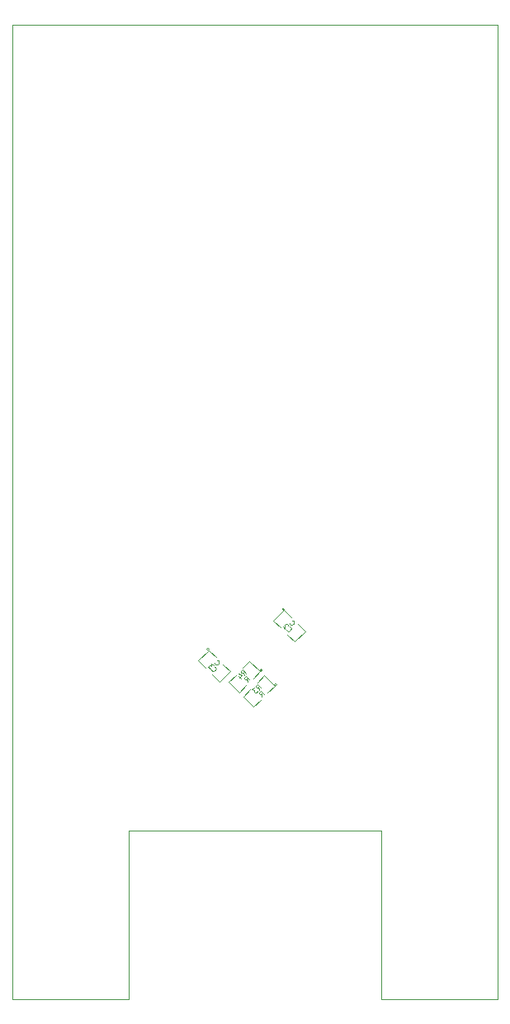
<source format=gbo>
G04 (created by PCBNEW (25-Oct-2014 BZR 4029)-stable) date Fri 12 Jun 2015 01:26:50 JST*
%MOIN*%
G04 Gerber Fmt 3.4, Leading zero omitted, Abs format*
%FSLAX34Y34*%
G01*
G70*
G90*
G04 APERTURE LIST*
%ADD10C,0.00590551*%
%ADD11C,0.00393701*%
%ADD12C,0.0039*%
%ADD13C,0.0043*%
G04 APERTURE END LIST*
G54D10*
G54D11*
X30600Y-11700D02*
X50200Y-11700D01*
X30600Y-51000D02*
X35300Y-51000D01*
X45500Y-51000D02*
X50200Y-51000D01*
X35300Y-44200D02*
X45500Y-44200D01*
X35300Y-44200D02*
X35300Y-51000D01*
X45500Y-44200D02*
X45500Y-51000D01*
X30600Y-51000D02*
X30600Y-11700D01*
X50200Y-51000D02*
X50200Y-11700D01*
G54D12*
X38542Y-36887D02*
G75*
G03X38542Y-36887I-49J0D01*
G74*
G01*
X38810Y-37205D02*
X38528Y-36922D01*
X38528Y-36922D02*
X38103Y-37346D01*
X38103Y-37346D02*
X38386Y-37629D01*
X38669Y-37912D02*
X38952Y-38195D01*
X38952Y-38195D02*
X39376Y-37771D01*
X39376Y-37771D02*
X39093Y-37488D01*
X41574Y-35273D02*
G75*
G03X41574Y-35273I-49J0D01*
G74*
G01*
X41842Y-35591D02*
X41559Y-35308D01*
X41559Y-35308D02*
X41135Y-35732D01*
X41135Y-35732D02*
X41418Y-36015D01*
X41700Y-36298D02*
X41983Y-36581D01*
X41983Y-36581D02*
X42408Y-36157D01*
X42408Y-36157D02*
X42125Y-35874D01*
X40682Y-37744D02*
G75*
G03X40682Y-37744I-49J0D01*
G74*
G01*
X40314Y-38062D02*
X40597Y-37779D01*
X40597Y-37779D02*
X40172Y-37355D01*
X40172Y-37355D02*
X39889Y-37638D01*
X39607Y-37921D02*
X39324Y-38204D01*
X39324Y-38204D02*
X39748Y-38628D01*
X39748Y-38628D02*
X40031Y-38345D01*
X41272Y-38335D02*
G75*
G03X41272Y-38335I-49J0D01*
G74*
G01*
X40904Y-38653D02*
X41187Y-38370D01*
X41187Y-38370D02*
X40763Y-37946D01*
X40763Y-37946D02*
X40480Y-38229D01*
X40197Y-38511D02*
X39914Y-38794D01*
X39914Y-38794D02*
X40339Y-39219D01*
X40339Y-39219D02*
X40621Y-38936D01*
G54D13*
X38631Y-37713D02*
X38631Y-37727D01*
X38645Y-37753D01*
X38658Y-37766D01*
X38684Y-37780D01*
X38711Y-37780D01*
X38731Y-37773D01*
X38764Y-37753D01*
X38784Y-37733D01*
X38804Y-37700D01*
X38810Y-37680D01*
X38810Y-37654D01*
X38797Y-37627D01*
X38784Y-37614D01*
X38757Y-37601D01*
X38744Y-37601D01*
X38711Y-37541D02*
X38625Y-37455D01*
X38618Y-37554D01*
X38598Y-37534D01*
X38578Y-37528D01*
X38565Y-37528D01*
X38545Y-37534D01*
X38512Y-37567D01*
X38505Y-37587D01*
X38505Y-37601D01*
X38512Y-37620D01*
X38552Y-37660D01*
X38572Y-37667D01*
X38585Y-37667D01*
X38759Y-37452D02*
X38759Y-37466D01*
X38773Y-37492D01*
X38786Y-37506D01*
X38813Y-37519D01*
X38839Y-37519D01*
X38859Y-37512D01*
X38892Y-37492D01*
X38912Y-37472D01*
X38932Y-37439D01*
X38939Y-37419D01*
X38939Y-37393D01*
X38925Y-37366D01*
X38912Y-37353D01*
X38886Y-37340D01*
X38872Y-37340D01*
X41663Y-36099D02*
X41663Y-36112D01*
X41676Y-36139D01*
X41689Y-36152D01*
X41716Y-36165D01*
X41742Y-36165D01*
X41762Y-36159D01*
X41796Y-36139D01*
X41815Y-36119D01*
X41835Y-36086D01*
X41842Y-36066D01*
X41842Y-36039D01*
X41829Y-36013D01*
X41815Y-36000D01*
X41789Y-35986D01*
X41776Y-35986D01*
X41723Y-35933D02*
X41723Y-35920D01*
X41716Y-35900D01*
X41683Y-35867D01*
X41663Y-35860D01*
X41650Y-35860D01*
X41630Y-35867D01*
X41616Y-35880D01*
X41603Y-35907D01*
X41603Y-36066D01*
X41517Y-35980D01*
X41791Y-35838D02*
X41791Y-35852D01*
X41804Y-35878D01*
X41818Y-35891D01*
X41844Y-35905D01*
X41871Y-35905D01*
X41890Y-35898D01*
X41924Y-35878D01*
X41944Y-35858D01*
X41963Y-35825D01*
X41970Y-35805D01*
X41970Y-35779D01*
X41957Y-35752D01*
X41944Y-35739D01*
X41917Y-35726D01*
X41904Y-35726D01*
X39951Y-37936D02*
X39931Y-37824D01*
X40031Y-37857D02*
X39892Y-37718D01*
X39839Y-37771D01*
X39832Y-37790D01*
X39832Y-37804D01*
X39839Y-37824D01*
X39858Y-37844D01*
X39878Y-37850D01*
X39892Y-37850D01*
X39912Y-37844D01*
X39965Y-37790D01*
X39739Y-37963D02*
X39832Y-38056D01*
X39719Y-37877D02*
X39852Y-37943D01*
X39766Y-38029D01*
X40079Y-38197D02*
X40060Y-38084D01*
X40159Y-38118D02*
X40020Y-37978D01*
X39967Y-38031D01*
X39960Y-38051D01*
X39960Y-38065D01*
X39967Y-38084D01*
X39987Y-38104D01*
X40006Y-38111D01*
X40020Y-38111D01*
X40040Y-38104D01*
X40093Y-38051D01*
X40542Y-38527D02*
X40522Y-38414D01*
X40621Y-38447D02*
X40482Y-38308D01*
X40429Y-38361D01*
X40422Y-38381D01*
X40422Y-38394D01*
X40429Y-38414D01*
X40449Y-38434D01*
X40469Y-38441D01*
X40482Y-38441D01*
X40502Y-38434D01*
X40555Y-38381D01*
X40356Y-38434D02*
X40270Y-38520D01*
X40369Y-38527D01*
X40350Y-38547D01*
X40343Y-38567D01*
X40343Y-38580D01*
X40350Y-38600D01*
X40383Y-38633D01*
X40403Y-38640D01*
X40416Y-38640D01*
X40436Y-38633D01*
X40476Y-38593D01*
X40482Y-38573D01*
X40482Y-38560D01*
X40670Y-38788D02*
X40650Y-38675D01*
X40750Y-38708D02*
X40610Y-38569D01*
X40557Y-38622D01*
X40551Y-38642D01*
X40551Y-38655D01*
X40557Y-38675D01*
X40577Y-38695D01*
X40597Y-38702D01*
X40610Y-38702D01*
X40630Y-38695D01*
X40683Y-38642D01*
M02*

</source>
